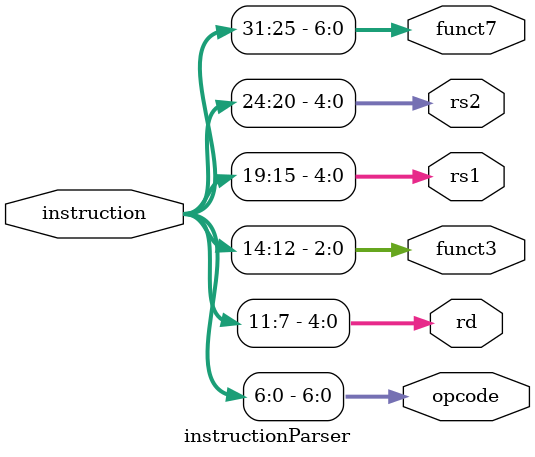
<source format=v>
module instructionParser(instruction, opcode, rd, funct3, rs1, rs2, funct7);
  input [31:0] instruction;
  
  output [6:0] opcode;
  output [4:0] rd;
  output [2:0] funct3;
  output [4:0] rs1;
  output [4:0] rs2;
  output [6:0] funct7;
  
  assign funct7 = instruction [31:25];
  assign rs2 = instruction [24:20];
  assign rs1 = instruction [19:15];
  assign funct3 = instruction [14:12] ;
  assign rd = instruction [11:7];
  assign opcode = instruction [6:0];
  
endmodule
</source>
